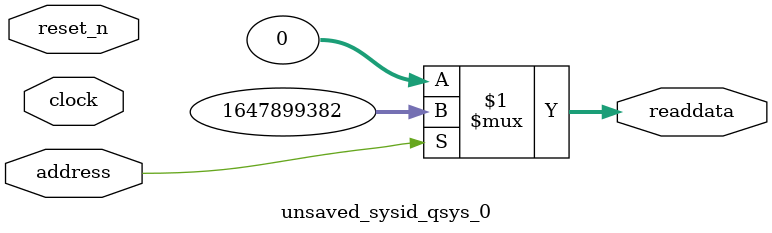
<source format=v>



// synthesis translate_off
`timescale 1ns / 1ps
// synthesis translate_on

// turn off superfluous verilog processor warnings 
// altera message_level Level1 
// altera message_off 10034 10035 10036 10037 10230 10240 10030 

module unsaved_sysid_qsys_0 (
               // inputs:
                address,
                clock,
                reset_n,

               // outputs:
                readdata
             )
;

  output  [ 31: 0] readdata;
  input            address;
  input            clock;
  input            reset_n;

  wire    [ 31: 0] readdata;
  //control_slave, which is an e_avalon_slave
  assign readdata = address ? 1647899382 : 0;

endmodule



</source>
